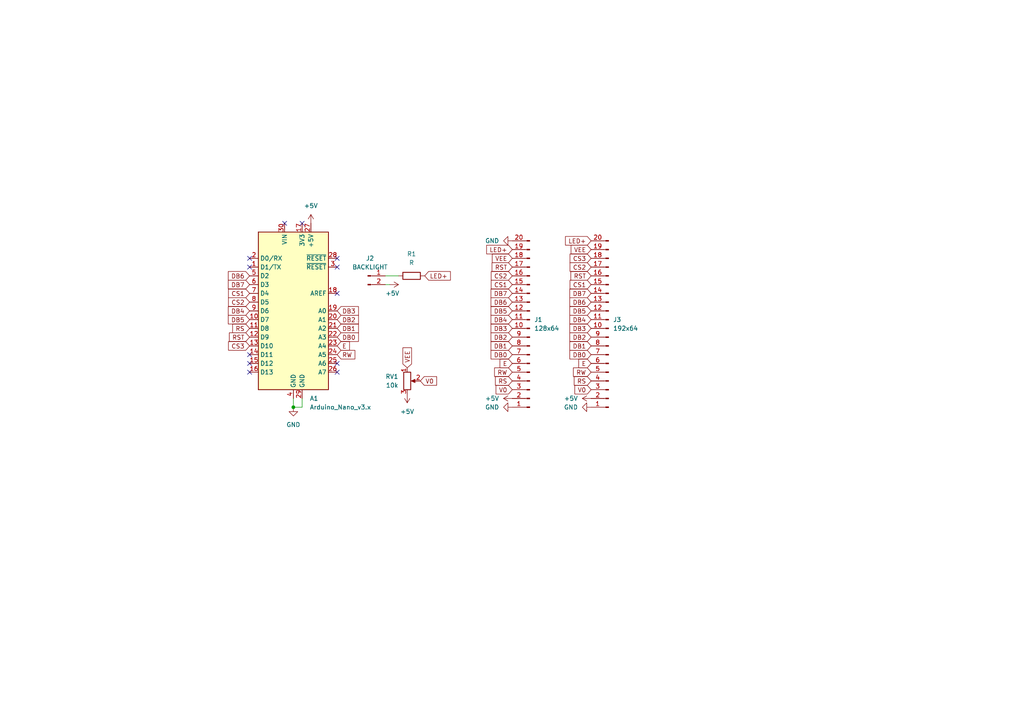
<source format=kicad_sch>
(kicad_sch (version 20230121) (generator eeschema)
  (paper "A4")
  (lib_symbols
    (symbol "Connector:Conn_01x02_Pin" (pin_names (offset 1.016) hide)
      (property "Reference" "J" (at 0 2.54 0))
      (property "Value" "Conn_01x02_Pin" (at 0 -5.08 0))
      (symbol "Conn_01x02_Pin_1_1"
        (polyline (pts (xy 1.27 -2.54) (xy 0.8636 -2.54)) (stroke (width 0.1524)))
        (polyline (pts (xy 1.27 0) (xy 0.8636 0)) (stroke (width 0.1524)))
        (rectangle (start 0.8636 -2.413) (end 0 -2.667) (stroke (width 0.1524)) (fill (type outline)))
        (rectangle (start 0.8636 0.127) (end 0 -0.127) (stroke (width 0.1524)) (fill (type outline)))
        (pin passive line (at 5.08 0 180) (length 3.81) (name "Pin_1") (number "1"))
        (pin passive line (at 5.08 -2.54 180) (length 3.81) (name "Pin_2") (number "2"))
      )
    )
    (symbol "Connector:Conn_01x20_Pin" (pin_names (offset 1.016) hide)
      (property "Reference" "J" (at 0 25.4 0))
      (property "Value" "Conn_01x20_Pin" (at 0 -27.94 0))
      (symbol "Conn_01x20_Pin_1_1"
        (polyline (pts (xy 1.27 -25.4) (xy 0.8636 -25.4)) (stroke (width 0.1524)))
        (polyline (pts (xy 1.27 -22.86) (xy 0.8636 -22.86)) (stroke (width 0.1524)))
        (polyline (pts (xy 1.27 -20.32) (xy 0.8636 -20.32)) (stroke (width 0.1524)))
        (polyline (pts (xy 1.27 -17.78) (xy 0.8636 -17.78)) (stroke (width 0.1524)))
        (polyline (pts (xy 1.27 -15.24) (xy 0.8636 -15.24)) (stroke (width 0.1524)))
        (polyline (pts (xy 1.27 -12.7) (xy 0.8636 -12.7)) (stroke (width 0.1524)))
        (polyline (pts (xy 1.27 -10.16) (xy 0.8636 -10.16)) (stroke (width 0.1524)))
        (polyline (pts (xy 1.27 -7.62) (xy 0.8636 -7.62)) (stroke (width 0.1524)))
        (polyline (pts (xy 1.27 -5.08) (xy 0.8636 -5.08)) (stroke (width 0.1524)))
        (polyline (pts (xy 1.27 -2.54) (xy 0.8636 -2.54)) (stroke (width 0.1524)))
        (polyline (pts (xy 1.27 0) (xy 0.8636 0)) (stroke (width 0.1524)))
        (polyline (pts (xy 1.27 2.54) (xy 0.8636 2.54)) (stroke (width 0.1524)))
        (polyline (pts (xy 1.27 5.08) (xy 0.8636 5.08)) (stroke (width 0.1524)))
        (polyline (pts (xy 1.27 7.62) (xy 0.8636 7.62)) (stroke (width 0.1524)))
        (polyline (pts (xy 1.27 10.16) (xy 0.8636 10.16)) (stroke (width 0.1524)))
        (polyline (pts (xy 1.27 12.7) (xy 0.8636 12.7)) (stroke (width 0.1524)))
        (polyline (pts (xy 1.27 15.24) (xy 0.8636 15.24)) (stroke (width 0.1524)))
        (polyline (pts (xy 1.27 17.78) (xy 0.8636 17.78)) (stroke (width 0.1524)))
        (polyline (pts (xy 1.27 20.32) (xy 0.8636 20.32)) (stroke (width 0.1524)))
        (polyline (pts (xy 1.27 22.86) (xy 0.8636 22.86)) (stroke (width 0.1524)))
        (rectangle (start 0.8636 -25.273) (end 0 -25.527) (stroke (width 0.1524)) (fill (type outline)))
        (rectangle (start 0.8636 -22.733) (end 0 -22.987) (stroke (width 0.1524)) (fill (type outline)))
        (rectangle (start 0.8636 -20.193) (end 0 -20.447) (stroke (width 0.1524)) (fill (type outline)))
        (rectangle (start 0.8636 -17.653) (end 0 -17.907) (stroke (width 0.1524)) (fill (type outline)))
        (rectangle (start 0.8636 -15.113) (end 0 -15.367) (stroke (width 0.1524)) (fill (type outline)))
        (rectangle (start 0.8636 -12.573) (end 0 -12.827) (stroke (width 0.1524)) (fill (type outline)))
        (rectangle (start 0.8636 -10.033) (end 0 -10.287) (stroke (width 0.1524)) (fill (type outline)))
        (rectangle (start 0.8636 -7.493) (end 0 -7.747) (stroke (width 0.1524)) (fill (type outline)))
        (rectangle (start 0.8636 -4.953) (end 0 -5.207) (stroke (width 0.1524)) (fill (type outline)))
        (rectangle (start 0.8636 -2.413) (end 0 -2.667) (stroke (width 0.1524)) (fill (type outline)))
        (rectangle (start 0.8636 0.127) (end 0 -0.127) (stroke (width 0.1524)) (fill (type outline)))
        (rectangle (start 0.8636 2.667) (end 0 2.413) (stroke (width 0.1524)) (fill (type outline)))
        (rectangle (start 0.8636 5.207) (end 0 4.953) (stroke (width 0.1524)) (fill (type outline)))
        (rectangle (start 0.8636 7.747) (end 0 7.493) (stroke (width 0.1524)) (fill (type outline)))
        (rectangle (start 0.8636 10.287) (end 0 10.033) (stroke (width 0.1524)) (fill (type outline)))
        (rectangle (start 0.8636 12.827) (end 0 12.573) (stroke (width 0.1524)) (fill (type outline)))
        (rectangle (start 0.8636 15.367) (end 0 15.113) (stroke (width 0.1524)) (fill (type outline)))
        (rectangle (start 0.8636 17.907) (end 0 17.653) (stroke (width 0.1524)) (fill (type outline)))
        (rectangle (start 0.8636 20.447) (end 0 20.193) (stroke (width 0.1524)) (fill (type outline)))
        (rectangle (start 0.8636 22.987) (end 0 22.733) (stroke (width 0.1524)) (fill (type outline)))
        (pin passive line (at 5.08 22.86 180) (length 3.81) (name "Pin_1") (number "1"))
        (pin passive line (at 5.08 0 180) (length 3.81) (name "Pin_10") (number "10"))
        (pin passive line (at 5.08 -2.54 180) (length 3.81) (name "Pin_11") (number "11"))
        (pin passive line (at 5.08 -5.08 180) (length 3.81) (name "Pin_12") (number "12"))
        (pin passive line (at 5.08 -7.62 180) (length 3.81) (name "Pin_13") (number "13"))
        (pin passive line (at 5.08 -10.16 180) (length 3.81) (name "Pin_14") (number "14"))
        (pin passive line (at 5.08 -12.7 180) (length 3.81) (name "Pin_15") (number "15"))
        (pin passive line (at 5.08 -15.24 180) (length 3.81) (name "Pin_16") (number "16"))
        (pin passive line (at 5.08 -17.78 180) (length 3.81) (name "Pin_17") (number "17"))
        (pin passive line (at 5.08 -20.32 180) (length 3.81) (name "Pin_18") (number "18"))
        (pin passive line (at 5.08 -22.86 180) (length 3.81) (name "Pin_19") (number "19"))
        (pin passive line (at 5.08 20.32 180) (length 3.81) (name "Pin_2") (number "2"))
        (pin passive line (at 5.08 -25.4 180) (length 3.81) (name "Pin_20") (number "20"))
        (pin passive line (at 5.08 17.78 180) (length 3.81) (name "Pin_3") (number "3"))
        (pin passive line (at 5.08 15.24 180) (length 3.81) (name "Pin_4") (number "4"))
        (pin passive line (at 5.08 12.7 180) (length 3.81) (name "Pin_5") (number "5"))
        (pin passive line (at 5.08 10.16 180) (length 3.81) (name "Pin_6") (number "6"))
        (pin passive line (at 5.08 7.62 180) (length 3.81) (name "Pin_7") (number "7"))
        (pin passive line (at 5.08 5.08 180) (length 3.81) (name "Pin_8") (number "8"))
        (pin passive line (at 5.08 2.54 180) (length 3.81) (name "Pin_9") (number "9"))
      )
    )
    (symbol "Device:R" (pin_numbers hide) (pin_names (offset 0))
      (property "Reference" "R" (at 2.032 0 90))
      (property "Value" "R" (at 0 0 90))
      (symbol "R_0_1"
        (rectangle (start -1.016 -2.54) (end 1.016 2.54) (stroke (width 0.254)))
      )
      (symbol "R_1_1"
        (pin passive line (at 0 3.81 270) (length 1.27) (name "~") (number "1"))
        (pin passive line (at 0 -3.81 90) (length 1.27) (name "~") (number "2"))
      )
    )
    (symbol "Device:R_Potentiometer" (pin_names (offset 1.016) hide)
      (property "Reference" "RV" (at -4.445 0 90))
      (property "Value" "R_Potentiometer" (at -2.54 0 90))
      (symbol "R_Potentiometer_0_1"
        (polyline (pts (xy 2.54 0) (xy 1.524 0)))
        (polyline (pts (xy 1.143 0) (xy 2.286 0.508) (xy 2.286 -0.508) (xy 1.143 0)) (fill (type outline)))
        (rectangle (start 1.016 2.54) (end -1.016 -2.54) (stroke (width 0.254)))
      )
      (symbol "R_Potentiometer_1_1"
        (pin passive line (at 0 3.81 270) (length 1.27) (name "1") (number "1"))
        (pin passive line (at 3.81 0 180) (length 1.27) (name "2") (number "2"))
        (pin passive line (at 0 -3.81 90) (length 1.27) (name "3") (number "3"))
      )
    )
    (symbol "MCU_Module:Arduino_Nano_v3.x"
      (property "Reference" "A" (at -10.16 23.495 0))
      (property "Value" "Arduino_Nano_v3.x" (at 5.08 -24.13 0))
      (symbol "Arduino_Nano_v3.x_0_1"
        (rectangle (start -10.16 22.86) (end 10.16 -22.86) (stroke (width 0.254)) (fill (type background)))
      )
      (symbol "Arduino_Nano_v3.x_1_1"
        (pin bidirectional line (at -12.7 12.7 0) (length 2.54) (name "D1/TX") (number "1"))
        (pin bidirectional line (at -12.7 -2.54 0) (length 2.54) (name "D7") (number "10"))
        (pin bidirectional line (at -12.7 -5.08 0) (length 2.54) (name "D8") (number "11"))
        (pin bidirectional line (at -12.7 -7.62 0) (length 2.54) (name "D9") (number "12"))
        (pin bidirectional line (at -12.7 -10.16 0) (length 2.54) (name "D10") (number "13"))
        (pin bidirectional line (at -12.7 -12.7 0) (length 2.54) (name "D11") (number "14"))
        (pin bidirectional line (at -12.7 -15.24 0) (length 2.54) (name "D12") (number "15"))
        (pin bidirectional line (at -12.7 -17.78 0) (length 2.54) (name "D13") (number "16"))
        (pin power_out line (at 2.54 25.4 270) (length 2.54) (name "3V3") (number "17"))
        (pin input line (at 12.7 5.08 180) (length 2.54) (name "AREF") (number "18"))
        (pin bidirectional line (at 12.7 0 180) (length 2.54) (name "A0") (number "19"))
        (pin bidirectional line (at -12.7 15.24 0) (length 2.54) (name "D0/RX") (number "2"))
        (pin bidirectional line (at 12.7 -2.54 180) (length 2.54) (name "A1") (number "20"))
        (pin bidirectional line (at 12.7 -5.08 180) (length 2.54) (name "A2") (number "21"))
        (pin bidirectional line (at 12.7 -7.62 180) (length 2.54) (name "A3") (number "22"))
        (pin bidirectional line (at 12.7 -10.16 180) (length 2.54) (name "A4") (number "23"))
        (pin bidirectional line (at 12.7 -12.7 180) (length 2.54) (name "A5") (number "24"))
        (pin bidirectional line (at 12.7 -15.24 180) (length 2.54) (name "A6") (number "25"))
        (pin bidirectional line (at 12.7 -17.78 180) (length 2.54) (name "A7") (number "26"))
        (pin power_out line (at 5.08 25.4 270) (length 2.54) (name "+5V") (number "27"))
        (pin input line (at 12.7 15.24 180) (length 2.54) (name "~{RESET}") (number "28"))
        (pin power_in line (at 2.54 -25.4 90) (length 2.54) (name "GND") (number "29"))
        (pin input line (at 12.7 12.7 180) (length 2.54) (name "~{RESET}") (number "3"))
        (pin power_in line (at -2.54 25.4 270) (length 2.54) (name "VIN") (number "30"))
        (pin power_in line (at 0 -25.4 90) (length 2.54) (name "GND") (number "4"))
        (pin bidirectional line (at -12.7 10.16 0) (length 2.54) (name "D2") (number "5"))
        (pin bidirectional line (at -12.7 7.62 0) (length 2.54) (name "D3") (number "6"))
        (pin bidirectional line (at -12.7 5.08 0) (length 2.54) (name "D4") (number "7"))
        (pin bidirectional line (at -12.7 2.54 0) (length 2.54) (name "D5") (number "8"))
        (pin bidirectional line (at -12.7 0 0) (length 2.54) (name "D6") (number "9"))
      )
    )
    (symbol "power:+5V" (power) (pin_names (offset 0))
      (property "Value" "+5V" (at 0 3.556 0))
      (symbol "+5V_0_1"
        (polyline (pts (xy -0.762 1.27) (xy 0 2.54)))
        (polyline (pts (xy 0 0) (xy 0 2.54)))
        (polyline (pts (xy 0 2.54) (xy 0.762 1.27)))
      )
      (symbol "+5V_1_1"
        (pin power_in line (at 0 0 90) (length 0) hide (name "+5V") (number "1"))
      )
    )
    (symbol "power:GND" (power) (pin_names (offset 0))
      (property "Value" "GND" (at 0 -3.81 0))
      (symbol "GND_0_1"
        (polyline (pts (xy 0 0) (xy 0 -1.27) (xy 1.27 -1.27) (xy 0 -2.54) (xy -1.27 -1.27) (xy 0 -1.27)))
      )
      (symbol "GND_1_1"
        (pin power_in line (at 0 0 270) (length 0) hide (name "GND") (number "1"))
      )
    )
  )
  (junction (at 85.09 118.11))
  (no_connect (at 82.55 64.77))
  (no_connect (at 97.79 77.47))
  (no_connect (at 97.79 74.93))
  (no_connect (at 72.39 105.41))
  (no_connect (at 72.39 77.47))
  (no_connect (at 72.39 74.93))
  (no_connect (at 87.63 64.77))
  (no_connect (at 97.79 85.09))
  (no_connect (at 97.79 107.95))
  (no_connect (at 72.39 102.87))
  (no_connect (at 72.39 107.95))
  (no_connect (at 97.79 105.41))
  (wire (pts (xy 85.09 115.57) (xy 85.09 118.11)))
  (wire (pts (xy 85.09 118.11) (xy 87.63 118.11)))
  (wire (pts (xy 111.76 82.55) (xy 113.03 82.55)))
  (wire (pts (xy 111.76 80.01) (xy 115.57 80.01)))
  (wire (pts (xy 87.63 115.57) (xy 87.63 118.11)))
  (global_label "V0" (shape input) (at 171.45 113.03 180) (property "Intersheetrefs" "${INTERSHEET_REFS}" (effects hide)))
  (global_label "DB3" (shape input) (at 148.59 95.25 180) (property "Intersheetrefs" "${INTERSHEET_REFS}" (effects hide)))
  (global_label "DB5" (shape input) (at 148.59 90.17 180) (property "Intersheetrefs" "${INTERSHEET_REFS}" (effects hide)))
  (global_label "DB4" (shape input) (at 171.45 92.71 180) (property "Intersheetrefs" "${INTERSHEET_REFS}" (effects hide)))
  (global_label "DB3" (shape input) (at 171.45 95.25 180) (property "Intersheetrefs" "${INTERSHEET_REFS}" (effects hide)))
  (global_label "DB2" (shape input) (at 148.59 97.79 180) (property "Intersheetrefs" "${INTERSHEET_REFS}" (effects hide)))
  (global_label "RS" (shape input) (at 148.59 110.49 180) (property "Intersheetrefs" "${INTERSHEET_REFS}" (effects hide)))
  (global_label "CS1" (shape input) (at 72.39 85.09 180) (property "Intersheetrefs" "${INTERSHEET_REFS}" (effects hide)))
  (global_label "RST" (shape input) (at 72.39 97.79 180) (property "Intersheetrefs" "${INTERSHEET_REFS}" (effects hide)))
  (global_label "RW" (shape input) (at 148.59 107.95 180) (property "Intersheetrefs" "${INTERSHEET_REFS}" (effects hide)))
  (global_label "DB0" (shape input) (at 97.79 97.79 0) (property "Intersheetrefs" "${INTERSHEET_REFS}" (effects hide)))
  (global_label "V0" (shape input) (at 148.59 113.03 180) (property "Intersheetrefs" "${INTERSHEET_REFS}" (effects hide)))
  (global_label "CS2" (shape input) (at 148.59 80.01 180) (property "Intersheetrefs" "${INTERSHEET_REFS}" (effects hide)))
  (global_label "RST" (shape input) (at 171.45 80.01 180) (property "Intersheetrefs" "${INTERSHEET_REFS}" (effects hide)))
  (global_label "RW" (shape input) (at 171.45 107.95 180) (property "Intersheetrefs" "${INTERSHEET_REFS}" (effects hide)))
  (global_label "CS3" (shape input) (at 171.45 74.93 180) (property "Intersheetrefs" "${INTERSHEET_REFS}" (effects hide)))
  (global_label "DB7" (shape input) (at 171.45 85.09 180) (property "Intersheetrefs" "${INTERSHEET_REFS}" (effects hide)))
  (global_label "CS2" (shape input) (at 72.39 87.63 180) (property "Intersheetrefs" "${INTERSHEET_REFS}" (effects hide)))
  (global_label "RW" (shape input) (at 97.79 102.87 0) (property "Intersheetrefs" "${INTERSHEET_REFS}" (effects hide)))
  (global_label "DB4" (shape input) (at 148.59 92.71 180) (property "Intersheetrefs" "${INTERSHEET_REFS}" (effects hide)))
  (global_label "DB6" (shape input) (at 72.39 80.01 180) (property "Intersheetrefs" "${INTERSHEET_REFS}" (effects hide)))
  (global_label "DB1" (shape input) (at 171.45 100.33 180) (property "Intersheetrefs" "${INTERSHEET_REFS}" (effects hide)))
  (global_label "RS" (shape input) (at 72.39 95.25 180) (property "Intersheetrefs" "${INTERSHEET_REFS}" (effects hide)))
  (global_label "DB0" (shape input) (at 171.45 102.87 180) (property "Intersheetrefs" "${INTERSHEET_REFS}" (effects hide)))
  (global_label "DB1" (shape input) (at 97.79 95.25 0) (property "Intersheetrefs" "${INTERSHEET_REFS}" (effects hide)))
  (global_label "VEE" (shape input) (at 118.11 106.68 90) (property "Intersheetrefs" "${INTERSHEET_REFS}" (effects hide)))
  (global_label "VEE" (shape input) (at 148.59 74.93 180) (property "Intersheetrefs" "${INTERSHEET_REFS}" (effects hide)))
  (global_label "DB3" (shape input) (at 97.79 90.17 0) (property "Intersheetrefs" "${INTERSHEET_REFS}" (effects hide)))
  (global_label "DB6" (shape input) (at 148.59 87.63 180) (property "Intersheetrefs" "${INTERSHEET_REFS}" (effects hide)))
  (global_label "CS1" (shape input) (at 148.59 82.55 180) (property "Intersheetrefs" "${INTERSHEET_REFS}" (effects hide)))
  (global_label "DB7" (shape input) (at 72.39 82.55 180) (property "Intersheetrefs" "${INTERSHEET_REFS}" (effects hide)))
  (global_label "DB2" (shape input) (at 97.79 92.71 0) (property "Intersheetrefs" "${INTERSHEET_REFS}" (effects hide)))
  (global_label "V0" (shape input) (at 121.92 110.49 0) (property "Intersheetrefs" "${INTERSHEET_REFS}" (effects hide)))
  (global_label "CS3" (shape input) (at 72.39 100.33 180) (property "Intersheetrefs" "${INTERSHEET_REFS}" (effects hide)))
  (global_label "E" (shape input) (at 171.45 105.41 180) (property "Intersheetrefs" "${INTERSHEET_REFS}" (effects hide)))
  (global_label "E" (shape input) (at 148.59 105.41 180) (property "Intersheetrefs" "${INTERSHEET_REFS}" (effects hide)))
  (global_label "E" (shape input) (at 97.79 100.33 0) (property "Intersheetrefs" "${INTERSHEET_REFS}" (effects hide)))
  (global_label "VEE" (shape input) (at 171.45 72.39 180) (property "Intersheetrefs" "${INTERSHEET_REFS}" (effects hide)))
  (global_label "DB2" (shape input) (at 171.45 97.79 180) (property "Intersheetrefs" "${INTERSHEET_REFS}" (effects hide)))
  (global_label "CS1" (shape input) (at 171.45 82.55 180) (property "Intersheetrefs" "${INTERSHEET_REFS}" (effects hide)))
  (global_label "CS2" (shape input) (at 171.45 77.47 180) (property "Intersheetrefs" "${INTERSHEET_REFS}" (effects hide)))
  (global_label "LED+" (shape input) (at 171.45 69.85 180) (property "Intersheetrefs" "${INTERSHEET_REFS}" (effects hide)))
  (global_label "DB4" (shape input) (at 72.39 90.17 180) (property "Intersheetrefs" "${INTERSHEET_REFS}" (effects hide)))
  (global_label "DB1" (shape input) (at 148.59 100.33 180) (property "Intersheetrefs" "${INTERSHEET_REFS}" (effects hide)))
  (global_label "RS" (shape input) (at 171.45 110.49 180) (property "Intersheetrefs" "${INTERSHEET_REFS}" (effects hide)))
  (global_label "RST" (shape input) (at 148.59 77.47 180) (property "Intersheetrefs" "${INTERSHEET_REFS}" (effects hide)))
  (global_label "DB0" (shape input) (at 148.59 102.87 180) (property "Intersheetrefs" "${INTERSHEET_REFS}" (effects hide)))
  (global_label "DB5" (shape input) (at 171.45 90.17 180) (property "Intersheetrefs" "${INTERSHEET_REFS}" (effects hide)))
  (global_label "DB5" (shape input) (at 72.39 92.71 180) (property "Intersheetrefs" "${INTERSHEET_REFS}" (effects hide)))
  (global_label "LED+" (shape input) (at 123.19 80.01 0) (property "Intersheetrefs" "${INTERSHEET_REFS}" (effects hide)))
  (global_label "LED+" (shape input) (at 148.59 72.39 180) (property "Intersheetrefs" "${INTERSHEET_REFS}" (effects hide)))
  (global_label "DB7" (shape input) (at 148.59 85.09 180) (property "Intersheetrefs" "${INTERSHEET_REFS}" (effects hide)))
  (global_label "DB6" (shape input) (at 171.45 87.63 180) (property "Intersheetrefs" "${INTERSHEET_REFS}" (effects hide)))
  (symbol (lib_id "Device:R") (at 119.38 80.01 90) (unit 1)
    (property "Reference" "R1" (at 119.38 73.66 90))
    (property "Value" "R" (at 119.38 76.2 90))
    (property "Footprint" "Resistor_THT:R_Axial_DIN0204_L3.6mm_D1.6mm_P2.54mm_Vertical" (effects hide))
  )
  (symbol (lib_id "power:+5V") (at 171.45 115.57 90) (unit 1)
    (property "Reference" "#PWR09" (effects hide))
    (property "Value" "+5V" (at 167.64 115.57 90) (effects (justify left)))
  )
  (symbol (lib_id "power:GND") (at 148.59 118.11 270) (unit 1)
    (property "Reference" "#PWR01" (effects hide))
    (property "Value" "GND" (at 144.78 118.11 90) (effects (justify right)))
  )
  (symbol (lib_id "Device:R_Potentiometer") (at 118.11 110.49 0) (unit 1)
    (property "Reference" "RV1" (at 115.57 109.22 0) (effects (justify right)))
    (property "Value" "10k" (at 115.57 111.76 0) (effects (justify right)))
    (property "Footprint" "Potentiometer_THT:Potentiometer_Alps_RK163_Single_Horizontal" (effects hide))
  )
  (symbol (lib_id "power:+5V") (at 90.17 64.77 0) (unit 1)
    (property "Reference" "#PWR05" (effects hide))
    (property "Value" "+5V" (at 90.17 59.69 0))
  )
  (symbol (lib_id "power:+5V") (at 118.11 114.3 180) (unit 1)
    (property "Reference" "#PWR07" (effects hide))
    (property "Value" "+5V" (at 118.11 119.38 0))
  )
  (symbol (lib_id "power:+5V") (at 148.59 115.57 90) (unit 1)
    (property "Reference" "#PWR02" (effects hide))
    (property "Value" "+5V" (at 144.78 115.57 90) (effects (justify left)))
  )
  (symbol (lib_id "MCU_Module:Arduino_Nano_v3.x") (at 85.09 90.17 0) (unit 1)
    (property "Reference" "A1" (at 89.8241 115.57 0) (effects (justify left)))
    (property "Value" "Arduino_Nano_v3.x" (at 89.8241 118.11 0) (effects (justify left)))
    (property "Footprint" "Module:Arduino_Nano" (effects hide))
    (property "Datasheet" "http://www.mouser.com/pdfdocs/Gravitech_Arduino_Nano3_0.pdf" (effects hide))
  )
  (symbol (lib_id "power:+5V") (at 113.03 82.55 270) (unit 1)
    (property "Reference" "#PWR04" (effects hide))
    (property "Value" "+5V" (at 111.76 85.09 90) (effects (justify left)))
  )
  (symbol (lib_id "power:GND") (at 171.45 118.11 270) (unit 1)
    (property "Reference" "#PWR08" (effects hide))
    (property "Value" "GND" (at 167.64 118.11 90) (effects (justify right)))
  )
  (symbol (lib_id "Connector:Conn_01x20_Pin") (at 153.67 95.25 180) (unit 1)
    (property "Reference" "J1" (at 154.94 92.71 0) (effects (justify right)))
    (property "Value" "128x64" (at 154.94 95.25 0) (effects (justify right)))
    (property "Footprint" "Connector_PinSocket_2.54mm:PinSocket_1x20_P2.54mm_Vertical" (effects hide))
  )
  (symbol (lib_id "Connector:Conn_01x02_Pin") (at 106.68 80.01 0) (unit 1)
    (property "Reference" "J2" (at 107.315 74.93 0))
    (property "Value" "BACKLIGHT" (at 107.315 77.47 0))
    (property "Footprint" "Connector_PinHeader_2.54mm:PinHeader_1x02_P2.54mm_Vertical" (effects hide))
  )
  (symbol (lib_id "Connector:Conn_01x20_Pin") (at 176.53 95.25 180) (unit 1)
    (property "Reference" "J3" (at 177.8 92.71 0) (effects (justify right)))
    (property "Value" "192x64" (at 177.8 95.25 0) (effects (justify right)))
    (property "Footprint" "Connector_PinSocket_2.54mm:PinSocket_1x20_P2.54mm_Vertical" (effects hide))
  )
  (symbol (lib_id "power:GND") (at 85.09 118.11 0) (unit 1)
    (property "Reference" "#PWR06" (effects hide))
    (property "Value" "GND" (at 85.09 123.19 0))
  )
  (symbol (lib_id "power:GND") (at 148.59 69.85 270) (unit 1)
    (property "Reference" "#PWR03" (effects hide))
    (property "Value" "GND" (at 144.78 69.85 90) (effects (justify right)))
  )
)
</source>
